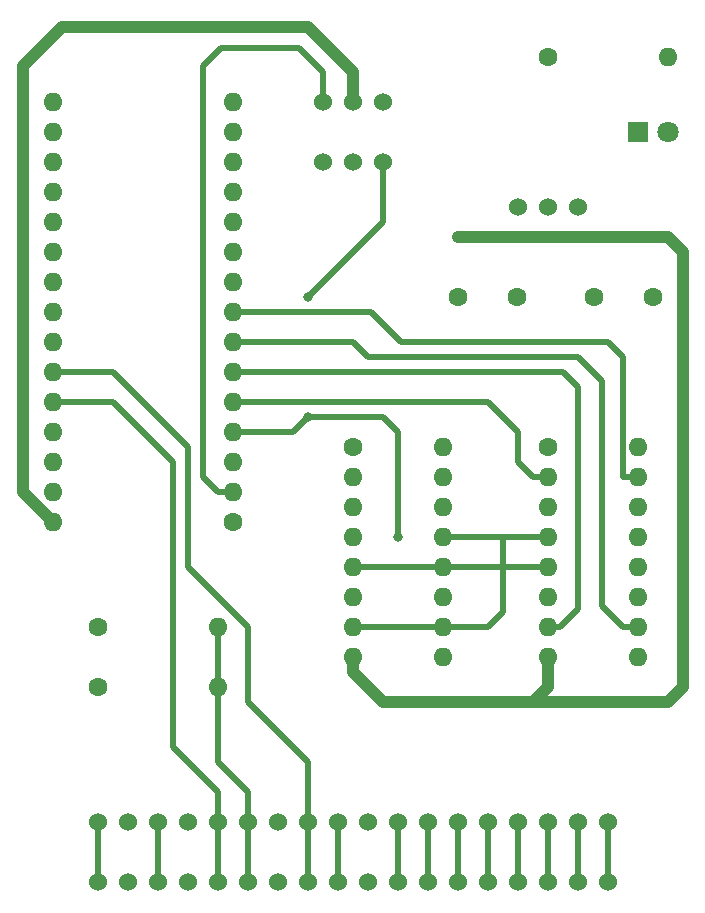
<source format=gbr>
G04 #@! TF.GenerationSoftware,KiCad,Pcbnew,(5.1.0)-1*
G04 #@! TF.CreationDate,2020-01-14T09:56:01+09:00*
G04 #@! TF.ProjectId,motorDriver_pcb,6d6f746f-7244-4726-9976-65725f706362,rev?*
G04 #@! TF.SameCoordinates,Original*
G04 #@! TF.FileFunction,Copper,L2,Bot*
G04 #@! TF.FilePolarity,Positive*
%FSLAX46Y46*%
G04 Gerber Fmt 4.6, Leading zero omitted, Abs format (unit mm)*
G04 Created by KiCad (PCBNEW (5.1.0)-1) date 2020-01-14 09:56:01*
%MOMM*%
%LPD*%
G04 APERTURE LIST*
%ADD10C,1.600000*%
%ADD11O,1.600000X1.600000*%
%ADD12R,1.800000X1.800000*%
%ADD13C,1.800000*%
%ADD14C,1.524000*%
%ADD15C,0.800000*%
%ADD16C,0.500000*%
%ADD17C,1.000000*%
G04 APERTURE END LIST*
D10*
X108030000Y-73660000D03*
X113030000Y-73660000D03*
X96520000Y-73660000D03*
X101520000Y-73660000D03*
X77470000Y-92710000D03*
D11*
X62230000Y-59690000D03*
X77470000Y-90170000D03*
X62230000Y-62230000D03*
X77470000Y-87630000D03*
X62230000Y-64770000D03*
X77470000Y-85090000D03*
X62230000Y-67310000D03*
X77470000Y-82550000D03*
X62230000Y-69850000D03*
X77470000Y-80010000D03*
X62230000Y-72390000D03*
X77470000Y-77470000D03*
X62230000Y-74930000D03*
X77470000Y-74930000D03*
X62230000Y-77470000D03*
X77470000Y-72390000D03*
X62230000Y-80010000D03*
X77470000Y-69850000D03*
X62230000Y-82550000D03*
X77470000Y-67310000D03*
X62230000Y-85090000D03*
X77470000Y-64770000D03*
X62230000Y-87630000D03*
X77470000Y-62230000D03*
X62230000Y-90170000D03*
X77470000Y-59690000D03*
X62230000Y-92710000D03*
X77470000Y-57150000D03*
X62230000Y-57150000D03*
D12*
X111760000Y-59690000D03*
D13*
X114300000Y-59690000D03*
D10*
X87630000Y-86360000D03*
D11*
X95250000Y-104140000D03*
X87630000Y-88900000D03*
X95250000Y-101600000D03*
X87630000Y-91440000D03*
X95250000Y-99060000D03*
X87630000Y-93980000D03*
X95250000Y-96520000D03*
X87630000Y-96520000D03*
X95250000Y-93980000D03*
X87630000Y-99060000D03*
X95250000Y-91440000D03*
X87630000Y-101600000D03*
X95250000Y-88900000D03*
X87630000Y-104140000D03*
X95250000Y-86360000D03*
D14*
X90170000Y-62230000D03*
X87630000Y-62230000D03*
X85090000Y-62230000D03*
X90170000Y-57150000D03*
X87630000Y-57150000D03*
X85090000Y-57150000D03*
D11*
X111760000Y-86360000D03*
X104140000Y-104140000D03*
X111760000Y-88900000D03*
X104140000Y-101600000D03*
X111760000Y-91440000D03*
X104140000Y-99060000D03*
X111760000Y-93980000D03*
X104140000Y-96520000D03*
X111760000Y-96520000D03*
X104140000Y-93980000D03*
X111760000Y-99060000D03*
X104140000Y-91440000D03*
X111760000Y-101600000D03*
X104140000Y-88900000D03*
X111760000Y-104140000D03*
D10*
X104140000Y-86360000D03*
X104140000Y-53340000D03*
D11*
X114300000Y-53340000D03*
X76200000Y-101600000D03*
D10*
X66040000Y-101600000D03*
X66040000Y-106680000D03*
D11*
X76200000Y-106680000D03*
D14*
X106680000Y-66040000D03*
X104140000Y-66040000D03*
X101600000Y-66040000D03*
X109220000Y-118110000D03*
X106680000Y-118110000D03*
X104140000Y-118110000D03*
X101600000Y-118110000D03*
X99060000Y-118110000D03*
X96520000Y-118110000D03*
X93980000Y-118110000D03*
X91440000Y-118110000D03*
X88900000Y-118110000D03*
X86360000Y-118110000D03*
X83820000Y-118110000D03*
X81280000Y-118110000D03*
X78740000Y-118110000D03*
X76200000Y-118110000D03*
X73660000Y-118110000D03*
X71120000Y-118110000D03*
X68580000Y-118110000D03*
X66040000Y-118110000D03*
X68580000Y-123190000D03*
X71120000Y-123190000D03*
X66040000Y-123190000D03*
X81280000Y-123190000D03*
X73660000Y-123190000D03*
X76200000Y-123190000D03*
X78740000Y-123190000D03*
X86360000Y-123190000D03*
X88900000Y-123190000D03*
X106680000Y-123190000D03*
X91440000Y-123190000D03*
X109220000Y-123190000D03*
X101600000Y-123190000D03*
X93980000Y-123190000D03*
X99060000Y-123190000D03*
X96520000Y-123190000D03*
X104140000Y-123190000D03*
X83820000Y-123190000D03*
D15*
X91440000Y-93980000D03*
X83820000Y-73660000D03*
X83820000Y-83820000D03*
X96520000Y-68580000D03*
D16*
X76200000Y-106680000D02*
X76200000Y-113030000D01*
X76200000Y-113030000D02*
X78740000Y-115570000D01*
X78740000Y-115570000D02*
X78740000Y-118110000D01*
X87630000Y-101600000D02*
X90170000Y-101600000D01*
X90170000Y-101600000D02*
X95250000Y-101600000D01*
X77470000Y-85090000D02*
X82550000Y-85090000D01*
X82550000Y-85090000D02*
X83820000Y-83820000D01*
X83820000Y-83820000D02*
X90170000Y-83820000D01*
X90170000Y-83820000D02*
X91440000Y-85090000D01*
X91440000Y-85090000D02*
X91440000Y-93980000D01*
X91440000Y-93980000D02*
X91440000Y-93980000D01*
X95250000Y-101600000D02*
X99060000Y-101600000D01*
X100330000Y-96520000D02*
X100330000Y-100330000D01*
X101600000Y-96520000D02*
X95250000Y-96520000D01*
X104140000Y-96520000D02*
X101600000Y-96520000D01*
X87630000Y-96520000D02*
X95250000Y-96520000D01*
X100330000Y-96520000D02*
X100330000Y-93980000D01*
X104140000Y-93980000D02*
X101600000Y-93980000D01*
X101600000Y-93980000D02*
X95250000Y-93980000D01*
X76200000Y-101600000D02*
X76200000Y-106680000D01*
X78740000Y-118110000D02*
X78740000Y-123190000D01*
X86360000Y-118110000D02*
X86360000Y-123190000D01*
X90170000Y-62230000D02*
X90170000Y-67310000D01*
X90170000Y-67310000D02*
X83820000Y-73660000D01*
X83820000Y-73660000D02*
X83820000Y-73660000D01*
X83820000Y-83820000D02*
X83820000Y-83820000D01*
X99060000Y-101600000D02*
X100330000Y-100330000D01*
D17*
X62992000Y-50800000D02*
X59690000Y-54102000D01*
X83820000Y-50800000D02*
X62992000Y-50800000D01*
X87630000Y-57150000D02*
X87630000Y-54610000D01*
X87630000Y-54610000D02*
X83820000Y-50800000D01*
X59690000Y-90170000D02*
X59690000Y-54102000D01*
X62230000Y-92710000D02*
X59690000Y-90170000D01*
X87630000Y-104140000D02*
X87630000Y-105410000D01*
X90170000Y-107950000D02*
X102870000Y-107950000D01*
X87630000Y-105410000D02*
X90170000Y-107950000D01*
X104140000Y-106680000D02*
X102870000Y-107950000D01*
X104140000Y-104140000D02*
X104140000Y-106680000D01*
X114300000Y-107950000D02*
X115570000Y-106680000D01*
X102870000Y-107950000D02*
X114300000Y-107950000D01*
X96520000Y-68580000D02*
X114300000Y-68580000D01*
X114300000Y-68580000D02*
X115570000Y-69850000D01*
X115570000Y-106680000D02*
X115570000Y-69850000D01*
D16*
X83058000Y-52578000D02*
X85090000Y-54610000D01*
X76200000Y-90170000D02*
X74930000Y-88900000D01*
X85090000Y-54610000D02*
X85090000Y-57150000D01*
X77470000Y-90170000D02*
X76200000Y-90170000D01*
X74930000Y-88900000D02*
X74930000Y-54102000D01*
X74930000Y-54102000D02*
X76454000Y-52578000D01*
X76454000Y-52578000D02*
X83058000Y-52578000D01*
X102870000Y-88900000D02*
X104140000Y-88900000D01*
X101600000Y-87630000D02*
X102870000Y-88900000D01*
X101600000Y-85090000D02*
X101600000Y-87630000D01*
X77470000Y-82550000D02*
X99060000Y-82550000D01*
X99060000Y-82550000D02*
X101600000Y-85090000D01*
X106680000Y-100076000D02*
X105156000Y-101600000D01*
X106680000Y-81280000D02*
X106680000Y-100076000D01*
X105156000Y-101600000D02*
X104140000Y-101600000D01*
X77470000Y-80010000D02*
X105410000Y-80010000D01*
X105410000Y-80010000D02*
X106680000Y-81280000D01*
X87630000Y-77470000D02*
X77470000Y-77470000D01*
X88900000Y-78740000D02*
X87630000Y-77470000D01*
X110490000Y-101600000D02*
X108712000Y-99822000D01*
X106680000Y-78740000D02*
X88900000Y-78740000D01*
X111760000Y-101600000D02*
X110490000Y-101600000D01*
X108712000Y-80772000D02*
X106680000Y-78740000D01*
X108712000Y-99822000D02*
X108712000Y-80772000D01*
X110490000Y-88900000D02*
X111760000Y-88900000D01*
X89154000Y-74930000D02*
X91694000Y-77470000D01*
X91694000Y-77470000D02*
X109220000Y-77470000D01*
X109220000Y-77470000D02*
X110490000Y-78740000D01*
X77470000Y-74930000D02*
X89154000Y-74930000D01*
X110490000Y-78740000D02*
X110490000Y-88900000D01*
X83820000Y-118110000D02*
X83820000Y-123190000D01*
X83820000Y-113030000D02*
X83820000Y-118110000D01*
X62230000Y-80010000D02*
X67310000Y-80010000D01*
X73660000Y-86360000D02*
X73660000Y-96520000D01*
X73660000Y-96520000D02*
X78740000Y-101600000D01*
X67310000Y-80010000D02*
X73660000Y-86360000D01*
X78740000Y-101600000D02*
X78740000Y-107950000D01*
X78740000Y-107950000D02*
X83820000Y-113030000D01*
X76200000Y-118110000D02*
X76200000Y-121920000D01*
X76200000Y-121920000D02*
X76200000Y-123190000D01*
X63500000Y-82550000D02*
X62230000Y-82550000D01*
X67310000Y-82550000D02*
X63500000Y-82550000D01*
X72390000Y-87630000D02*
X67310000Y-82550000D01*
X72390000Y-111760000D02*
X72390000Y-87630000D01*
X76200000Y-115570000D02*
X72390000Y-111760000D01*
X76200000Y-118110000D02*
X76200000Y-115570000D01*
X71120000Y-118110000D02*
X71120000Y-123190000D01*
X66040000Y-118110000D02*
X66040000Y-123190000D01*
X91440000Y-118110000D02*
X91440000Y-123190000D01*
X96520000Y-118110000D02*
X96520000Y-123190000D01*
X93980000Y-118110000D02*
X93980000Y-123190000D01*
X99060000Y-118110000D02*
X99060000Y-123190000D01*
X109220000Y-118110000D02*
X109220000Y-123190000D01*
X104140000Y-118110000D02*
X104140000Y-123190000D01*
X106680000Y-118110000D02*
X106680000Y-123190000D01*
X101600000Y-118110000D02*
X101600000Y-123190000D01*
M02*

</source>
